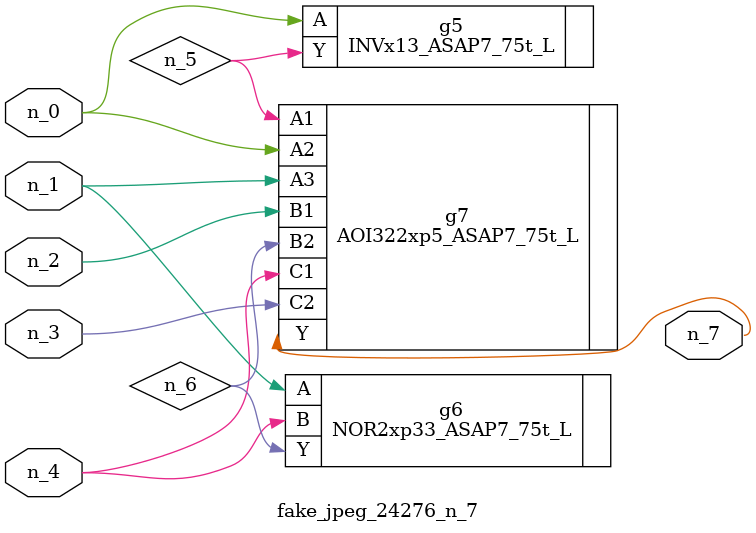
<source format=v>
module fake_jpeg_24276_n_7 (n_3, n_2, n_1, n_0, n_4, n_7);

input n_3;
input n_2;
input n_1;
input n_0;
input n_4;

output n_7;

wire n_6;
wire n_5;

INVx13_ASAP7_75t_L g5 ( 
.A(n_0),
.Y(n_5)
);

NOR2xp33_ASAP7_75t_L g6 ( 
.A(n_1),
.B(n_4),
.Y(n_6)
);

AOI322xp5_ASAP7_75t_L g7 ( 
.A1(n_5),
.A2(n_0),
.A3(n_1),
.B1(n_2),
.B2(n_6),
.C1(n_4),
.C2(n_3),
.Y(n_7)
);


endmodule
</source>
